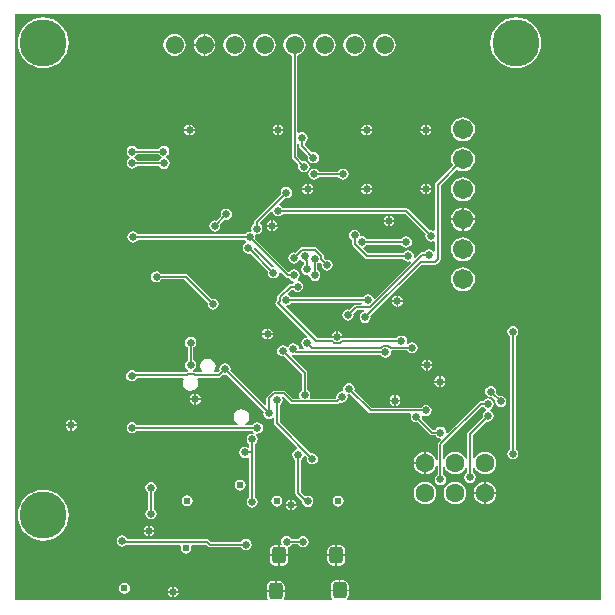
<source format=gbl>
%FSLAX23Y23*%
%MOIN*%
G70*
G01*
G75*
G04 Layer_Physical_Order=2*
G04 Layer_Color=16711680*
%ADD10C,0.006*%
G04:AMPARAMS|DCode=11|XSize=71mil|YSize=94mil|CornerRadius=0mil|HoleSize=0mil|Usage=FLASHONLY|Rotation=45.000|XOffset=0mil|YOffset=0mil|HoleType=Round|Shape=Rectangle|*
%AMROTATEDRECTD11*
4,1,4,0.008,-0.058,-0.058,0.008,-0.008,0.058,0.058,-0.008,0.008,-0.058,0.0*
%
%ADD11ROTATEDRECTD11*%

%ADD12O,0.087X0.024*%
%ADD13R,0.039X0.028*%
G04:AMPARAMS|DCode=14|XSize=22mil|YSize=69mil|CornerRadius=0mil|HoleSize=0mil|Usage=FLASHONLY|Rotation=45.000|XOffset=0mil|YOffset=0mil|HoleType=Round|Shape=Round|*
%AMOVALD14*
21,1,0.047,0.022,0.000,0.000,135.0*
1,1,0.022,0.017,-0.017*
1,1,0.022,-0.017,0.017*
%
%ADD14OVALD14*%

G04:AMPARAMS|DCode=15|XSize=22mil|YSize=69mil|CornerRadius=0mil|HoleSize=0mil|Usage=FLASHONLY|Rotation=135.000|XOffset=0mil|YOffset=0mil|HoleType=Round|Shape=Round|*
%AMOVALD15*
21,1,0.047,0.022,0.000,0.000,225.0*
1,1,0.022,0.017,0.017*
1,1,0.022,-0.017,-0.017*
%
%ADD15OVALD15*%

%ADD16R,0.067X0.031*%
%ADD17R,0.033X0.030*%
%ADD18R,0.030X0.033*%
%ADD19R,0.024X0.035*%
%ADD20C,0.031*%
%ADD21R,0.031X0.035*%
%ADD22R,0.016X0.069*%
%ADD23R,0.035X0.031*%
G04:AMPARAMS|DCode=24|XSize=35mil|YSize=31mil|CornerRadius=0mil|HoleSize=0mil|Usage=FLASHONLY|Rotation=135.000|XOffset=0mil|YOffset=0mil|HoleType=Round|Shape=Rectangle|*
%AMROTATEDRECTD24*
4,1,4,0.024,-0.001,0.001,-0.024,-0.024,0.001,-0.001,0.024,0.024,-0.001,0.0*
%
%ADD24ROTATEDRECTD24*%

G04:AMPARAMS|DCode=25|XSize=35mil|YSize=31mil|CornerRadius=0mil|HoleSize=0mil|Usage=FLASHONLY|Rotation=225.000|XOffset=0mil|YOffset=0mil|HoleType=Round|Shape=Rectangle|*
%AMROTATEDRECTD25*
4,1,4,0.001,0.024,0.024,0.001,-0.001,-0.024,-0.024,-0.001,0.001,0.024,0.0*
%
%ADD25ROTATEDRECTD25*%

%ADD26C,0.006*%
%ADD27C,0.067*%
%ADD28C,0.061*%
%ADD29C,0.157*%
%ADD30C,0.024*%
G04:AMPARAMS|DCode=31|XSize=47mil|YSize=55mil|CornerRadius=12mil|HoleSize=0mil|Usage=FLASHONLY|Rotation=0.000|XOffset=0mil|YOffset=0mil|HoleType=Round|Shape=RoundedRectangle|*
%AMROUNDEDRECTD31*
21,1,0.047,0.031,0,0,0.0*
21,1,0.024,0.055,0,0,0.0*
1,1,0.024,0.012,-0.016*
1,1,0.024,-0.012,-0.016*
1,1,0.024,-0.012,0.016*
1,1,0.024,0.012,0.016*
%
%ADD31ROUNDEDRECTD31*%
%ADD32C,0.063*%
%ADD33C,0.025*%
G36*
X2945Y2941D02*
X2945Y992D01*
X2103D01*
X2101Y997D01*
X2104Y1001D01*
X2105Y1008D01*
Y1021D01*
X2045D01*
Y1008D01*
X2046Y1001D01*
X2049Y997D01*
X2047Y992D01*
X1892Y992D01*
X1890Y997D01*
X1891Y999D01*
X1892Y1006D01*
Y1018D01*
X1832D01*
Y1006D01*
X1833Y999D01*
X1835Y997D01*
X1832Y992D01*
X992D01*
X992Y2945D01*
X2941Y2945D01*
X2945Y2941D01*
D02*
G37*
%LPC*%
G36*
X2579Y1706D02*
X2572Y1704D01*
X2565Y1700D01*
X2561Y1694D01*
X2560Y1687D01*
X2561Y1680D01*
X2565Y1674D01*
X2572Y1670D01*
X2579Y1668D01*
X2584Y1669D01*
X2594Y1658D01*
X2593Y1654D01*
X2595Y1646D01*
X2599Y1640D01*
X2605Y1636D01*
X2612Y1635D01*
X2619Y1636D01*
X2626Y1640D01*
X2630Y1646D01*
X2631Y1654D01*
X2630Y1661D01*
X2626Y1667D01*
X2619Y1671D01*
X2612Y1672D01*
X2607Y1671D01*
X2597Y1682D01*
X2598Y1687D01*
X2596Y1694D01*
X2592Y1700D01*
X2586Y1704D01*
X2579Y1706D01*
D02*
G37*
G36*
X2257Y1654D02*
X2242D01*
X2242Y1650D01*
X2247Y1644D01*
X2253Y1640D01*
X2257Y1639D01*
Y1654D01*
D02*
G37*
G36*
X1178Y1593D02*
X1174Y1592D01*
X1168Y1588D01*
X1164Y1582D01*
X1163Y1578D01*
X1178D01*
Y1593D01*
D02*
G37*
G36*
X1184D02*
Y1578D01*
X1199D01*
X1199Y1582D01*
X1194Y1588D01*
X1188Y1592D01*
X1184Y1593D01*
D02*
G37*
G36*
X1613Y1658D02*
X1597D01*
Y1643D01*
X1602Y1644D01*
X1608Y1648D01*
X1612Y1654D01*
X1613Y1658D01*
D02*
G37*
G36*
X2257Y1676D02*
X2253Y1675D01*
X2247Y1671D01*
X2242Y1665D01*
X2242Y1660D01*
X2257D01*
Y1676D01*
D02*
G37*
G36*
X2278Y1654D02*
X2263D01*
Y1639D01*
X2267Y1640D01*
X2273Y1644D01*
X2277Y1650D01*
X2278Y1654D01*
D02*
G37*
G36*
X1591Y1658D02*
X1576D01*
X1577Y1654D01*
X1581Y1648D01*
X1587Y1644D01*
X1591Y1643D01*
Y1658D01*
D02*
G37*
G36*
X1748Y1629D02*
X1738Y1627D01*
X1729Y1621D01*
X1724Y1612D01*
X1722Y1603D01*
X1724Y1593D01*
X1729Y1584D01*
X1737Y1579D01*
X1736Y1574D01*
X1736Y1574D01*
X1401D01*
X1401Y1574D01*
X1397Y1580D01*
X1391Y1584D01*
X1384Y1586D01*
X1377Y1584D01*
X1371Y1580D01*
X1366Y1574D01*
X1365Y1567D01*
X1366Y1560D01*
X1371Y1554D01*
X1377Y1550D01*
X1384Y1548D01*
X1391Y1550D01*
X1397Y1554D01*
X1399Y1556D01*
X1785D01*
X1788Y1552D01*
X1790Y1550D01*
X1788Y1546D01*
X1783Y1546D01*
X1776Y1545D01*
X1770Y1541D01*
X1766Y1535D01*
X1765Y1528D01*
X1766Y1520D01*
X1770Y1514D01*
X1774Y1511D01*
Y1503D01*
X1769Y1500D01*
X1767Y1502D01*
X1760Y1503D01*
X1753Y1502D01*
X1747Y1498D01*
X1742Y1491D01*
X1741Y1484D01*
X1742Y1477D01*
X1747Y1471D01*
X1753Y1467D01*
X1760Y1465D01*
X1767Y1467D01*
X1769Y1468D01*
X1774Y1466D01*
Y1425D01*
X1774Y1425D01*
X1774Y1335D01*
X1770Y1332D01*
X1766Y1326D01*
X1765Y1319D01*
X1766Y1312D01*
X1770Y1306D01*
X1776Y1301D01*
X1783Y1300D01*
X1791Y1301D01*
X1797Y1306D01*
X1801Y1312D01*
X1802Y1319D01*
X1801Y1326D01*
X1797Y1332D01*
X1793Y1335D01*
X1793Y1425D01*
X1793Y1425D01*
Y1511D01*
X1797Y1514D01*
X1801Y1520D01*
X1802Y1528D01*
X1801Y1535D01*
X1797Y1541D01*
X1795Y1542D01*
X1797Y1547D01*
X1801Y1546D01*
X1808Y1548D01*
X1815Y1552D01*
X1819Y1558D01*
X1820Y1565D01*
X1819Y1572D01*
X1815Y1578D01*
X1808Y1582D01*
X1801Y1584D01*
X1794Y1582D01*
X1788Y1578D01*
X1785Y1574D01*
X1760D01*
X1760Y1574D01*
X1759Y1579D01*
X1766Y1584D01*
X1772Y1593D01*
X1774Y1603D01*
X1772Y1612D01*
X1766Y1621D01*
X1758Y1627D01*
X1748Y1629D01*
D02*
G37*
G36*
X1744Y1393D02*
X1737Y1392D01*
X1731Y1388D01*
X1727Y1382D01*
X1726Y1375D01*
X1727Y1368D01*
X1731Y1362D01*
X1737Y1358D01*
X1744Y1357D01*
X1751Y1358D01*
X1757Y1362D01*
X1761Y1368D01*
X1762Y1375D01*
X1761Y1382D01*
X1757Y1388D01*
X1751Y1392D01*
X1744Y1393D01*
D02*
G37*
G36*
X2358Y1446D02*
X2323D01*
X2324Y1439D01*
X2328Y1430D01*
X2334Y1422D01*
X2342Y1416D01*
X2351Y1412D01*
X2358Y1411D01*
Y1446D01*
D02*
G37*
G36*
X2558Y1386D02*
X2551Y1385D01*
X2542Y1381D01*
X2534Y1375D01*
X2528Y1368D01*
X2524Y1358D01*
X2523Y1352D01*
X2558D01*
Y1386D01*
D02*
G37*
G36*
X2564D02*
Y1352D01*
X2598D01*
X2597Y1358D01*
X2593Y1368D01*
X2587Y1375D01*
X2580Y1381D01*
X2570Y1385D01*
X2564Y1386D01*
D02*
G37*
G36*
X1178Y1572D02*
X1163D01*
X1164Y1568D01*
X1168Y1561D01*
X1174Y1557D01*
X1178Y1557D01*
Y1572D01*
D02*
G37*
G36*
X1199D02*
X1184D01*
Y1557D01*
X1188Y1557D01*
X1194Y1561D01*
X1199Y1568D01*
X1199Y1572D01*
D02*
G37*
G36*
X2358Y1486D02*
X2351Y1485D01*
X2342Y1481D01*
X2334Y1475D01*
X2328Y1468D01*
X2324Y1458D01*
X2323Y1452D01*
X2358D01*
Y1486D01*
D02*
G37*
G36*
X2653Y1906D02*
X2645Y1904D01*
X2639Y1900D01*
X2635Y1894D01*
X2634Y1887D01*
X2635Y1880D01*
X2639Y1873D01*
X2643Y1871D01*
Y1496D01*
X2639Y1493D01*
X2635Y1487D01*
X2634Y1480D01*
X2635Y1473D01*
X2639Y1467D01*
X2645Y1463D01*
X2653Y1461D01*
X2660Y1463D01*
X2666Y1467D01*
X2670Y1473D01*
X2671Y1480D01*
X2670Y1487D01*
X2666Y1493D01*
X2662Y1496D01*
Y1871D01*
X2666Y1873D01*
X2670Y1880D01*
X2671Y1887D01*
X2670Y1894D01*
X2666Y1900D01*
X2660Y1904D01*
X2653Y1906D01*
D02*
G37*
G36*
X1832Y1876D02*
X1816D01*
X1817Y1872D01*
X1821Y1866D01*
X1827Y1862D01*
X1832Y1861D01*
Y1876D01*
D02*
G37*
G36*
X1853D02*
X1838D01*
Y1861D01*
X1842Y1862D01*
X1848Y1866D01*
X1852Y1872D01*
X1853Y1876D01*
D02*
G37*
G36*
X2363Y1794D02*
X2359Y1793D01*
X2353Y1789D01*
X2349Y1783D01*
X2348Y1779D01*
X2363D01*
Y1794D01*
D02*
G37*
G36*
X2369D02*
Y1779D01*
X2384D01*
X2384Y1783D01*
X2379Y1789D01*
X2373Y1793D01*
X2369Y1794D01*
D02*
G37*
G36*
X1832Y1897D02*
X1827Y1897D01*
X1821Y1893D01*
X1817Y1886D01*
X1816Y1882D01*
X1832D01*
Y1897D01*
D02*
G37*
G36*
X1838D02*
Y1882D01*
X1853D01*
X1852Y1886D01*
X1848Y1893D01*
X1842Y1897D01*
X1838Y1897D01*
D02*
G37*
G36*
X2064Y1888D02*
X2060Y1888D01*
X2054Y1883D01*
X2050Y1877D01*
X2049Y1873D01*
X2064D01*
Y1888D01*
D02*
G37*
G36*
X2070D02*
Y1873D01*
X2085D01*
X2084Y1877D01*
X2080Y1883D01*
X2074Y1888D01*
X2070Y1888D01*
D02*
G37*
G36*
X2384Y1773D02*
X2369D01*
Y1757D01*
X2373Y1758D01*
X2379Y1762D01*
X2384Y1768D01*
X2384Y1773D01*
D02*
G37*
G36*
X1597Y1680D02*
Y1664D01*
X1613D01*
X1612Y1669D01*
X1608Y1675D01*
X1602Y1679D01*
X1597Y1680D01*
D02*
G37*
G36*
X2406Y1717D02*
X2391D01*
X2392Y1713D01*
X2396Y1707D01*
X2402Y1703D01*
X2406Y1702D01*
Y1717D01*
D02*
G37*
G36*
X2263Y1676D02*
Y1660D01*
X2278D01*
X2277Y1665D01*
X2273Y1671D01*
X2267Y1675D01*
X2263Y1676D01*
D02*
G37*
G36*
X1591Y1680D02*
X1587Y1679D01*
X1581Y1675D01*
X1577Y1669D01*
X1576Y1664D01*
X1591D01*
Y1680D01*
D02*
G37*
G36*
X2412Y1739D02*
Y1723D01*
X2428D01*
X2427Y1728D01*
X2423Y1734D01*
X2417Y1738D01*
X2412Y1739D01*
D02*
G37*
G36*
X2363Y1773D02*
X2348D01*
X2349Y1768D01*
X2353Y1762D01*
X2359Y1758D01*
X2363Y1757D01*
Y1773D01*
D02*
G37*
G36*
X2428Y1717D02*
X2412D01*
Y1702D01*
X2417Y1703D01*
X2423Y1707D01*
X2427Y1713D01*
X2428Y1717D01*
D02*
G37*
G36*
X2406Y1739D02*
X2402Y1738D01*
X2396Y1734D01*
X2392Y1728D01*
X2391Y1723D01*
X2406D01*
Y1739D01*
D02*
G37*
G36*
X1916Y1327D02*
Y1312D01*
X1932D01*
X1931Y1316D01*
X1927Y1322D01*
X1921Y1326D01*
X1916Y1327D01*
D02*
G37*
G36*
X2061Y1138D02*
X2034D01*
Y1125D01*
X2035Y1118D01*
X2039Y1112D01*
X2045Y1108D01*
X2052Y1107D01*
X2061D01*
Y1138D01*
D02*
G37*
G36*
X2094D02*
X2067D01*
Y1107D01*
X2076D01*
X2083Y1108D01*
X2089Y1112D01*
X2093Y1118D01*
X2094Y1125D01*
Y1138D01*
D02*
G37*
G36*
X1870D02*
X1843D01*
Y1125D01*
X1844Y1118D01*
X1848Y1112D01*
X1854Y1108D01*
X1861Y1107D01*
X1870D01*
Y1138D01*
D02*
G37*
G36*
X1903D02*
X1876D01*
Y1107D01*
X1885D01*
X1892Y1108D01*
X1898Y1112D01*
X1902Y1118D01*
X1903Y1125D01*
Y1138D01*
D02*
G37*
G36*
X2076Y1175D02*
X2067D01*
Y1144D01*
X2094D01*
Y1156D01*
X2093Y1163D01*
X2089Y1169D01*
X2083Y1173D01*
X2076Y1175D01*
D02*
G37*
G36*
X1350Y1208D02*
X1343Y1206D01*
X1337Y1202D01*
X1333Y1196D01*
X1332Y1189D01*
X1333Y1182D01*
X1337Y1176D01*
X1343Y1172D01*
X1350Y1170D01*
X1358Y1172D01*
X1364Y1176D01*
X1365Y1177D01*
X1544D01*
X1546Y1173D01*
X1546Y1172D01*
X1545Y1165D01*
X1546Y1158D01*
X1550Y1153D01*
X1556Y1149D01*
X1563Y1147D01*
X1570Y1149D01*
X1576Y1153D01*
X1580Y1158D01*
X1581Y1165D01*
X1580Y1172D01*
X1580Y1173D01*
X1582Y1177D01*
X1629D01*
X1635Y1171D01*
X1638Y1169D01*
X1642Y1168D01*
X1748D01*
X1750Y1164D01*
X1757Y1160D01*
X1764Y1158D01*
X1771Y1160D01*
X1777Y1164D01*
X1781Y1170D01*
X1783Y1177D01*
X1781Y1184D01*
X1777Y1191D01*
X1771Y1195D01*
X1764Y1196D01*
X1757Y1195D01*
X1750Y1191D01*
X1748Y1186D01*
X1646D01*
X1639Y1193D01*
X1636Y1195D01*
X1633Y1195D01*
X1368D01*
X1368Y1196D01*
X1364Y1202D01*
X1358Y1206D01*
X1350Y1208D01*
D02*
G37*
G36*
X1870Y1175D02*
X1861D01*
X1854Y1173D01*
X1848Y1169D01*
X1844Y1163D01*
X1843Y1156D01*
Y1144D01*
X1870D01*
Y1175D01*
D02*
G37*
G36*
X2061D02*
X2052D01*
X2045Y1173D01*
X2039Y1169D01*
X2035Y1163D01*
X2034Y1156D01*
Y1144D01*
X2061D01*
Y1175D01*
D02*
G37*
G36*
X2087Y1058D02*
X2078D01*
Y1027D01*
X2105D01*
Y1040D01*
X2104Y1047D01*
X2100Y1052D01*
X2094Y1056D01*
X2087Y1058D01*
D02*
G37*
G36*
X1358Y1050D02*
X1351Y1048D01*
X1345Y1044D01*
X1341Y1038D01*
X1340Y1031D01*
X1341Y1025D01*
X1345Y1019D01*
X1351Y1015D01*
X1358Y1013D01*
X1365Y1015D01*
X1371Y1019D01*
X1375Y1025D01*
X1376Y1031D01*
X1375Y1038D01*
X1371Y1044D01*
X1365Y1048D01*
X1358Y1050D01*
D02*
G37*
G36*
X1518Y1038D02*
X1513Y1037D01*
X1507Y1033D01*
X1503Y1027D01*
X1502Y1023D01*
X1518D01*
Y1038D01*
D02*
G37*
G36*
Y1017D02*
X1502D01*
X1503Y1012D01*
X1507Y1006D01*
X1513Y1002D01*
X1518Y1001D01*
Y1017D01*
D02*
G37*
G36*
X1539D02*
X1524D01*
Y1001D01*
X1528Y1002D01*
X1534Y1006D01*
X1538Y1012D01*
X1539Y1017D01*
D02*
G37*
G36*
X1874Y1055D02*
X1865D01*
Y1024D01*
X1892D01*
Y1037D01*
X1891Y1044D01*
X1887Y1050D01*
X1881Y1054D01*
X1874Y1055D01*
D02*
G37*
G36*
X2072Y1058D02*
X2063D01*
X2056Y1056D01*
X2050Y1052D01*
X2046Y1047D01*
X2045Y1040D01*
Y1027D01*
X2072D01*
Y1058D01*
D02*
G37*
G36*
X1524Y1038D02*
Y1023D01*
X1539D01*
X1538Y1027D01*
X1534Y1033D01*
X1528Y1037D01*
X1524Y1038D01*
D02*
G37*
G36*
X1859Y1055D02*
X1850D01*
X1843Y1054D01*
X1837Y1050D01*
X1833Y1044D01*
X1832Y1037D01*
Y1024D01*
X1859D01*
Y1055D01*
D02*
G37*
G36*
X1567Y1341D02*
X1560Y1340D01*
X1554Y1336D01*
X1550Y1330D01*
X1549Y1323D01*
X1550Y1316D01*
X1554Y1310D01*
X1560Y1306D01*
X1567Y1305D01*
X1574Y1306D01*
X1580Y1310D01*
X1584Y1316D01*
X1585Y1323D01*
X1584Y1330D01*
X1580Y1336D01*
X1574Y1340D01*
X1567Y1341D01*
D02*
G37*
G36*
X2361Y1386D02*
X2351Y1385D01*
X2342Y1381D01*
X2334Y1375D01*
X2328Y1368D01*
X2324Y1358D01*
X2323Y1349D01*
X2324Y1339D01*
X2328Y1330D01*
X2334Y1322D01*
X2342Y1316D01*
X2351Y1312D01*
X2361Y1311D01*
X2370Y1312D01*
X2380Y1316D01*
X2387Y1322D01*
X2393Y1330D01*
X2397Y1339D01*
X2398Y1349D01*
X2397Y1358D01*
X2393Y1368D01*
X2387Y1375D01*
X2380Y1381D01*
X2370Y1385D01*
X2361Y1386D01*
D02*
G37*
G36*
X1866Y1339D02*
X1859Y1338D01*
X1853Y1334D01*
X1849Y1328D01*
X1848Y1321D01*
X1849Y1314D01*
X1853Y1308D01*
X1859Y1304D01*
X1866Y1303D01*
X1873Y1304D01*
X1879Y1308D01*
X1883Y1314D01*
X1884Y1321D01*
X1883Y1328D01*
X1879Y1334D01*
X1873Y1338D01*
X1866Y1339D01*
D02*
G37*
G36*
X2071D02*
X2064Y1338D01*
X2058Y1334D01*
X2054Y1328D01*
X2053Y1321D01*
X2054Y1314D01*
X2058Y1308D01*
X2064Y1304D01*
X2071Y1303D01*
X2078Y1304D01*
X2084Y1308D01*
X2088Y1314D01*
X2089Y1321D01*
X2088Y1328D01*
X2084Y1334D01*
X2078Y1338D01*
X2071Y1339D01*
D02*
G37*
G36*
X2598Y1346D02*
X2564D01*
Y1311D01*
X2570Y1312D01*
X2580Y1316D01*
X2587Y1322D01*
X2593Y1330D01*
X2597Y1339D01*
X2598Y1346D01*
D02*
G37*
G36*
X1910Y1327D02*
X1906Y1326D01*
X1900Y1322D01*
X1896Y1316D01*
X1895Y1312D01*
X1910D01*
Y1327D01*
D02*
G37*
G36*
X2461Y1386D02*
X2451Y1385D01*
X2442Y1381D01*
X2434Y1375D01*
X2428Y1368D01*
X2424Y1358D01*
X2423Y1349D01*
X2424Y1339D01*
X2428Y1330D01*
X2434Y1322D01*
X2442Y1316D01*
X2451Y1312D01*
X2461Y1311D01*
X2470Y1312D01*
X2480Y1316D01*
X2487Y1322D01*
X2493Y1330D01*
X2497Y1339D01*
X2498Y1349D01*
X2497Y1358D01*
X2493Y1368D01*
X2487Y1375D01*
X2480Y1381D01*
X2470Y1385D01*
X2461Y1386D01*
D02*
G37*
G36*
X2558Y1346D02*
X2523D01*
X2524Y1339D01*
X2528Y1330D01*
X2534Y1322D01*
X2542Y1316D01*
X2551Y1312D01*
X2558Y1311D01*
Y1346D01*
D02*
G37*
G36*
X1932Y1306D02*
X1916D01*
Y1291D01*
X1921Y1292D01*
X1927Y1296D01*
X1931Y1302D01*
X1932Y1306D01*
D02*
G37*
G36*
X1437Y1219D02*
X1422D01*
X1423Y1215D01*
X1427Y1209D01*
X1433Y1205D01*
X1437Y1204D01*
Y1219D01*
D02*
G37*
G36*
X1458D02*
X1443D01*
Y1204D01*
X1447Y1205D01*
X1453Y1209D01*
X1457Y1215D01*
X1458Y1219D01*
D02*
G37*
G36*
X1088Y1360D02*
X1071Y1358D01*
X1055Y1353D01*
X1040Y1345D01*
X1027Y1335D01*
X1017Y1322D01*
X1009Y1307D01*
X1004Y1291D01*
X1002Y1275D01*
X1004Y1258D01*
X1009Y1242D01*
X1017Y1227D01*
X1027Y1214D01*
X1040Y1204D01*
X1055Y1196D01*
X1071Y1191D01*
X1088Y1189D01*
X1104Y1191D01*
X1120Y1196D01*
X1135Y1204D01*
X1148Y1214D01*
X1158Y1227D01*
X1166Y1242D01*
X1171Y1258D01*
X1173Y1275D01*
X1171Y1291D01*
X1166Y1307D01*
X1158Y1322D01*
X1148Y1335D01*
X1135Y1345D01*
X1120Y1353D01*
X1104Y1358D01*
X1088Y1360D01*
D02*
G37*
G36*
X1954Y1206D02*
X1947Y1204D01*
X1940Y1200D01*
X1938Y1196D01*
X1915D01*
X1912Y1200D01*
X1906Y1204D01*
X1899Y1206D01*
X1891Y1204D01*
X1885Y1200D01*
X1881Y1194D01*
X1880Y1187D01*
X1881Y1180D01*
X1882Y1179D01*
X1879Y1175D01*
X1876D01*
Y1144D01*
X1903D01*
Y1156D01*
X1902Y1163D01*
X1902Y1164D01*
X1904Y1169D01*
X1906Y1170D01*
X1912Y1174D01*
X1915Y1178D01*
X1938D01*
X1940Y1174D01*
X1947Y1170D01*
X1954Y1168D01*
X1961Y1170D01*
X1967Y1174D01*
X1971Y1180D01*
X1973Y1187D01*
X1971Y1194D01*
X1967Y1200D01*
X1961Y1204D01*
X1954Y1206D01*
D02*
G37*
G36*
X1447Y1386D02*
X1440Y1385D01*
X1434Y1380D01*
X1429Y1374D01*
X1428Y1367D01*
X1429Y1360D01*
X1434Y1354D01*
X1438Y1351D01*
Y1296D01*
X1434Y1293D01*
X1429Y1287D01*
X1428Y1280D01*
X1429Y1272D01*
X1434Y1266D01*
X1440Y1262D01*
X1447Y1261D01*
X1454Y1262D01*
X1460Y1266D01*
X1464Y1272D01*
X1466Y1280D01*
X1464Y1287D01*
X1460Y1293D01*
X1456Y1296D01*
Y1351D01*
X1460Y1354D01*
X1464Y1360D01*
X1466Y1367D01*
X1464Y1374D01*
X1460Y1380D01*
X1454Y1385D01*
X1447Y1386D01*
D02*
G37*
G36*
X1910Y1306D02*
X1895D01*
X1896Y1302D01*
X1900Y1296D01*
X1906Y1292D01*
X1910Y1291D01*
Y1306D01*
D02*
G37*
G36*
X1437Y1241D02*
X1433Y1240D01*
X1427Y1236D01*
X1423Y1230D01*
X1422Y1225D01*
X1437D01*
Y1241D01*
D02*
G37*
G36*
X1443D02*
Y1225D01*
X1458D01*
X1457Y1230D01*
X1453Y1236D01*
X1447Y1240D01*
X1443Y1241D01*
D02*
G37*
G36*
X2162Y2556D02*
X2147D01*
X2148Y2552D01*
X2152Y2546D01*
X2158Y2542D01*
X2162Y2541D01*
Y2556D01*
D02*
G37*
G36*
X2184D02*
X2168D01*
Y2541D01*
X2173Y2542D01*
X2179Y2546D01*
X2183Y2552D01*
X2184Y2556D01*
D02*
G37*
G36*
X1867D02*
X1852D01*
X1853Y2552D01*
X1857Y2546D01*
X1863Y2542D01*
X1867Y2541D01*
Y2556D01*
D02*
G37*
G36*
X1888D02*
X1873D01*
Y2541D01*
X1877Y2542D01*
X1883Y2546D01*
X1888Y2552D01*
X1888Y2556D01*
D02*
G37*
G36*
X1572Y2577D02*
X1568Y2576D01*
X1561Y2572D01*
X1557Y2566D01*
X1557Y2562D01*
X1572D01*
Y2577D01*
D02*
G37*
G36*
X1578D02*
Y2562D01*
X1593D01*
X1592Y2566D01*
X1588Y2572D01*
X1582Y2576D01*
X1578Y2577D01*
D02*
G37*
G36*
X2359Y2556D02*
X2344D01*
X2345Y2552D01*
X2349Y2546D01*
X2355Y2542D01*
X2359Y2541D01*
Y2556D01*
D02*
G37*
G36*
X2380D02*
X2365D01*
Y2541D01*
X2369Y2542D01*
X2376Y2546D01*
X2380Y2552D01*
X2380Y2556D01*
D02*
G37*
G36*
X1593D02*
X1578D01*
Y2541D01*
X1582Y2542D01*
X1588Y2546D01*
X1592Y2552D01*
X1593Y2556D01*
D02*
G37*
G36*
X1990Y2430D02*
X1983Y2429D01*
X1977Y2425D01*
X1973Y2419D01*
X1971Y2411D01*
X1973Y2404D01*
X1977Y2398D01*
X1983Y2394D01*
X1990Y2393D01*
X1997Y2394D01*
X2003Y2398D01*
X2006Y2402D01*
X2070D01*
X2073Y2398D01*
X2079Y2394D01*
X2086Y2392D01*
X2093Y2394D01*
X2100Y2398D01*
X2104Y2404D01*
X2105Y2411D01*
X2104Y2418D01*
X2100Y2424D01*
X2093Y2428D01*
X2086Y2430D01*
X2079Y2428D01*
X2073Y2424D01*
X2070Y2420D01*
X2007D01*
X2003Y2425D01*
X1997Y2429D01*
X1990Y2430D01*
D02*
G37*
G36*
X2486Y2501D02*
X2476Y2499D01*
X2466Y2495D01*
X2458Y2489D01*
X2452Y2481D01*
X2448Y2471D01*
X2446Y2461D01*
X2448Y2451D01*
X2452Y2441D01*
X2452Y2440D01*
X2396Y2384D01*
X2394Y2381D01*
X2393Y2377D01*
Y2225D01*
X2388Y2222D01*
X2387Y2223D01*
X2380Y2225D01*
X2375Y2224D01*
X2303Y2296D01*
X2300Y2298D01*
X2296Y2299D01*
X1886D01*
X1883Y2303D01*
X1877Y2307D01*
X1875Y2307D01*
X1873Y2313D01*
X1893Y2333D01*
X1898Y2332D01*
X1905Y2333D01*
X1911Y2337D01*
X1915Y2343D01*
X1916Y2350D01*
X1915Y2358D01*
X1911Y2364D01*
X1905Y2368D01*
X1898Y2369D01*
X1890Y2368D01*
X1884Y2364D01*
X1880Y2358D01*
X1879Y2350D01*
X1880Y2345D01*
X1793Y2258D01*
X1791Y2255D01*
X1790Y2252D01*
Y2246D01*
X1786Y2244D01*
X1782Y2238D01*
X1780Y2230D01*
X1782Y2224D01*
X1781Y2222D01*
X1778Y2219D01*
X1776Y2220D01*
X1768Y2218D01*
X1762Y2214D01*
X1760Y2211D01*
X1403D01*
X1400Y2215D01*
X1394Y2219D01*
X1387Y2221D01*
X1380Y2219D01*
X1373Y2215D01*
X1369Y2209D01*
X1368Y2202D01*
X1369Y2195D01*
X1373Y2188D01*
X1380Y2184D01*
X1387Y2183D01*
X1394Y2184D01*
X1400Y2188D01*
X1403Y2193D01*
X1759D01*
X1762Y2187D01*
X1762Y2187D01*
X1762Y2182D01*
X1757Y2179D01*
X1753Y2173D01*
X1752Y2165D01*
X1753Y2158D01*
X1757Y2152D01*
X1763Y2148D01*
X1771Y2146D01*
X1776Y2148D01*
X1836Y2088D01*
X1835Y2083D01*
X1837Y2075D01*
X1841Y2069D01*
X1847Y2065D01*
X1854Y2064D01*
X1862Y2065D01*
X1868Y2069D01*
X1872Y2075D01*
X1873Y2083D01*
X1873Y2083D01*
X1878Y2086D01*
X1895Y2068D01*
X1898Y2066D01*
X1902Y2066D01*
X1907D01*
X1910Y2061D01*
X1916Y2057D01*
X1921Y2056D01*
X1922Y2051D01*
X1922Y2051D01*
X1919Y2047D01*
X1913D01*
X1909Y2046D01*
X1906Y2044D01*
X1870Y2008D01*
X1868Y2005D01*
X1867Y2001D01*
Y1992D01*
X1864Y1989D01*
X1862Y1986D01*
X1861Y1982D01*
X1862Y1979D01*
X1864Y1976D01*
X1968Y1872D01*
X1965Y1867D01*
X1959Y1866D01*
X1953Y1862D01*
X1949Y1856D01*
X1948Y1848D01*
X1949Y1841D01*
X1953Y1835D01*
X1956Y1833D01*
X1955Y1828D01*
X1941D01*
X1940Y1829D01*
X1939Y1836D01*
X1935Y1842D01*
X1928Y1846D01*
X1921Y1848D01*
X1914Y1846D01*
X1908Y1842D01*
X1905Y1837D01*
X1899Y1836D01*
X1899Y1836D01*
X1893Y1840D01*
X1886Y1842D01*
X1879Y1840D01*
X1872Y1836D01*
X1868Y1830D01*
X1867Y1823D01*
X1868Y1816D01*
X1872Y1809D01*
X1879Y1805D01*
X1886Y1804D01*
X1891Y1805D01*
X1949Y1746D01*
Y1691D01*
X1945Y1689D01*
X1941Y1682D01*
X1940Y1675D01*
X1941Y1668D01*
X1942Y1667D01*
X1939Y1663D01*
X1921D01*
X1896Y1687D01*
X1893Y1689D01*
X1890Y1690D01*
X1857D01*
X1854Y1689D01*
X1851Y1687D01*
X1834Y1670D01*
X1832Y1667D01*
X1831Y1664D01*
Y1643D01*
X1826Y1641D01*
X1711Y1757D01*
X1712Y1762D01*
X1710Y1769D01*
X1706Y1775D01*
X1700Y1779D01*
X1693Y1781D01*
X1686Y1779D01*
X1679Y1775D01*
X1675Y1769D01*
X1674Y1762D01*
X1675Y1757D01*
X1670Y1752D01*
X1660D01*
X1657Y1757D01*
X1660Y1761D01*
X1662Y1771D01*
X1660Y1781D01*
X1654Y1789D01*
X1646Y1795D01*
X1636Y1797D01*
X1626Y1795D01*
X1617Y1789D01*
X1612Y1781D01*
X1610Y1771D01*
X1612Y1761D01*
X1615Y1757D01*
X1612Y1752D01*
X1595D01*
X1593Y1753D01*
X1590Y1753D01*
X1588D01*
X1586Y1758D01*
X1586Y1758D01*
X1592Y1762D01*
X1596Y1768D01*
X1598Y1776D01*
X1596Y1783D01*
X1592Y1789D01*
X1588Y1792D01*
Y1834D01*
X1592Y1837D01*
X1596Y1843D01*
X1598Y1850D01*
X1596Y1858D01*
X1592Y1864D01*
X1586Y1868D01*
X1579Y1869D01*
X1572Y1868D01*
X1565Y1864D01*
X1561Y1858D01*
X1560Y1850D01*
X1561Y1843D01*
X1565Y1837D01*
X1570Y1834D01*
Y1792D01*
X1565Y1789D01*
X1561Y1783D01*
X1560Y1776D01*
X1561Y1768D01*
X1565Y1762D01*
X1571Y1758D01*
X1571Y1758D01*
X1569Y1753D01*
X1566D01*
X1563Y1753D01*
X1562Y1752D01*
X1396D01*
X1395Y1753D01*
X1389Y1758D01*
X1382Y1759D01*
X1375Y1758D01*
X1369Y1753D01*
X1364Y1747D01*
X1363Y1740D01*
X1364Y1733D01*
X1369Y1727D01*
X1375Y1723D01*
X1382Y1721D01*
X1389Y1723D01*
X1395Y1727D01*
X1399Y1733D01*
X1399Y1733D01*
X1554D01*
X1556Y1729D01*
X1554Y1726D01*
X1552Y1716D01*
X1554Y1706D01*
X1560Y1697D01*
X1568Y1692D01*
X1578Y1690D01*
X1588Y1692D01*
X1597Y1697D01*
X1602Y1706D01*
X1604Y1716D01*
X1602Y1726D01*
X1600Y1729D01*
X1602Y1733D01*
X1674D01*
X1677Y1734D01*
X1680Y1736D01*
X1688Y1744D01*
X1693Y1743D01*
X1698Y1744D01*
X1822Y1619D01*
X1821Y1614D01*
X1823Y1607D01*
X1827Y1601D01*
X1833Y1597D01*
X1840Y1595D01*
X1847Y1597D01*
X1852Y1600D01*
X1857Y1598D01*
Y1581D01*
X1858Y1577D01*
X1860Y1574D01*
X1934Y1500D01*
X1932Y1494D01*
X1930Y1494D01*
X1924Y1490D01*
X1920Y1484D01*
X1918Y1476D01*
X1920Y1469D01*
X1924Y1463D01*
X1928Y1460D01*
Y1348D01*
X1929Y1345D01*
X1931Y1342D01*
X1950Y1322D01*
X1950Y1321D01*
X1951Y1314D01*
X1955Y1308D01*
X1961Y1303D01*
X1969Y1302D01*
X1976Y1303D01*
X1982Y1308D01*
X1986Y1314D01*
X1987Y1321D01*
X1986Y1328D01*
X1982Y1334D01*
X1976Y1338D01*
X1969Y1340D01*
X1961Y1338D01*
X1961Y1338D01*
X1946Y1352D01*
Y1460D01*
X1950Y1463D01*
X1954Y1469D01*
X1955Y1472D01*
X1960Y1473D01*
X1966Y1468D01*
X1965Y1463D01*
X1967Y1455D01*
X1971Y1449D01*
X1977Y1445D01*
X1984Y1444D01*
X1991Y1445D01*
X1998Y1449D01*
X2002Y1455D01*
X2003Y1463D01*
X2002Y1470D01*
X1998Y1476D01*
X1991Y1480D01*
X1984Y1481D01*
X1979Y1480D01*
X1875Y1585D01*
Y1643D01*
X1879Y1646D01*
X1884Y1652D01*
X1885Y1659D01*
X1884Y1667D01*
X1883Y1667D01*
X1883Y1668D01*
X1887Y1671D01*
X1911Y1647D01*
X1914Y1645D01*
X1914Y1645D01*
X1917Y1644D01*
X2067D01*
X2070Y1645D01*
X2073Y1647D01*
X2078Y1651D01*
X2083Y1650D01*
X2090Y1652D01*
X2096Y1656D01*
X2100Y1662D01*
X2102Y1669D01*
X2101Y1674D01*
X2104Y1678D01*
X2104Y1678D01*
X2106Y1678D01*
X2111Y1679D01*
X2173Y1617D01*
X2176Y1615D01*
X2176Y1615D01*
X2179Y1615D01*
X2311D01*
X2314Y1610D01*
X2313Y1610D01*
X2312Y1602D01*
X2313Y1595D01*
X2317Y1589D01*
X2323Y1585D01*
X2331Y1584D01*
X2336Y1584D01*
X2376Y1544D01*
X2379Y1542D01*
X2383Y1541D01*
X2395D01*
X2398Y1537D01*
X2404Y1533D01*
X2411Y1531D01*
X2412Y1530D01*
X2413Y1527D01*
X2405Y1518D01*
X2403Y1515D01*
X2402Y1512D01*
Y1458D01*
X2397Y1458D01*
X2397Y1458D01*
X2393Y1468D01*
X2387Y1475D01*
X2380Y1481D01*
X2370Y1485D01*
X2364Y1486D01*
Y1449D01*
Y1411D01*
X2370Y1412D01*
X2380Y1416D01*
X2387Y1422D01*
X2393Y1430D01*
X2397Y1439D01*
X2397Y1439D01*
X2402Y1439D01*
Y1410D01*
X2398Y1407D01*
X2394Y1401D01*
X2393Y1394D01*
X2394Y1386D01*
X2398Y1380D01*
X2404Y1376D01*
X2411Y1375D01*
X2419Y1376D01*
X2425Y1380D01*
X2429Y1386D01*
X2430Y1394D01*
X2429Y1401D01*
X2425Y1407D01*
X2421Y1410D01*
Y1434D01*
X2426Y1435D01*
X2428Y1430D01*
X2434Y1422D01*
X2442Y1416D01*
X2451Y1412D01*
X2461Y1411D01*
X2470Y1412D01*
X2480Y1416D01*
X2487Y1422D01*
X2493Y1430D01*
X2496Y1435D01*
X2501Y1434D01*
Y1417D01*
X2497Y1414D01*
X2492Y1408D01*
X2491Y1401D01*
X2492Y1393D01*
X2497Y1387D01*
X2503Y1383D01*
X2510Y1382D01*
X2517Y1383D01*
X2523Y1387D01*
X2527Y1393D01*
X2529Y1401D01*
X2527Y1408D01*
X2523Y1414D01*
X2519Y1417D01*
Y1439D01*
X2524Y1439D01*
X2524Y1439D01*
X2528Y1430D01*
X2534Y1422D01*
X2542Y1416D01*
X2551Y1412D01*
X2561Y1411D01*
X2570Y1412D01*
X2580Y1416D01*
X2587Y1422D01*
X2593Y1430D01*
X2597Y1439D01*
X2598Y1449D01*
X2597Y1458D01*
X2593Y1468D01*
X2587Y1475D01*
X2580Y1481D01*
X2570Y1485D01*
X2561Y1486D01*
X2551Y1485D01*
X2542Y1481D01*
X2534Y1475D01*
X2528Y1468D01*
X2524Y1458D01*
X2524Y1458D01*
X2519Y1458D01*
Y1541D01*
X2566Y1588D01*
X2571Y1587D01*
X2578Y1589D01*
X2584Y1593D01*
X2588Y1599D01*
X2590Y1606D01*
X2588Y1614D01*
X2584Y1620D01*
X2579Y1623D01*
X2578Y1626D01*
X2579Y1629D01*
X2584Y1632D01*
X2588Y1638D01*
X2590Y1646D01*
X2588Y1653D01*
X2584Y1659D01*
X2578Y1663D01*
X2571Y1665D01*
X2564Y1663D01*
X2558Y1659D01*
X2555Y1655D01*
X2545D01*
X2542Y1654D01*
X2539Y1652D01*
X2435Y1548D01*
X2432Y1550D01*
X2430Y1551D01*
X2429Y1557D01*
X2425Y1564D01*
X2419Y1568D01*
X2411Y1569D01*
X2404Y1568D01*
X2398Y1564D01*
X2395Y1559D01*
X2387D01*
X2349Y1597D01*
X2350Y1602D01*
X2349Y1606D01*
X2353Y1609D01*
X2357Y1606D01*
X2364Y1605D01*
X2371Y1606D01*
X2377Y1610D01*
X2381Y1617D01*
X2383Y1624D01*
X2381Y1631D01*
X2377Y1637D01*
X2371Y1641D01*
X2364Y1643D01*
X2357Y1641D01*
X2351Y1637D01*
X2348Y1633D01*
X2322D01*
X2322Y1633D01*
X2183D01*
X2124Y1692D01*
X2125Y1697D01*
X2124Y1704D01*
X2120Y1710D01*
X2114Y1714D01*
X2106Y1716D01*
X2099Y1714D01*
X2093Y1710D01*
X2089Y1704D01*
X2087Y1697D01*
X2088Y1692D01*
X2085Y1688D01*
X2085Y1688D01*
X2083Y1688D01*
X2075Y1687D01*
X2069Y1683D01*
X2065Y1677D01*
X2064Y1669D01*
X2064Y1667D01*
X2060Y1663D01*
X1978D01*
X1976Y1667D01*
X1976Y1668D01*
X1978Y1675D01*
X1976Y1682D01*
X1972Y1689D01*
X1968Y1691D01*
Y1750D01*
X1967Y1754D01*
X1965Y1756D01*
X1916Y1806D01*
X1918Y1810D01*
X1921Y1810D01*
X1927Y1811D01*
X1928Y1810D01*
X1928Y1810D01*
X1931Y1810D01*
X2212D01*
X2215Y1806D01*
X2221Y1801D01*
X2228Y1800D01*
X2236Y1801D01*
X2242Y1806D01*
X2246Y1812D01*
X2247Y1819D01*
X2247Y1820D01*
X2250Y1824D01*
X2301D01*
X2304Y1819D01*
X2310Y1815D01*
X2317Y1814D01*
X2324Y1815D01*
X2330Y1819D01*
X2334Y1825D01*
X2336Y1833D01*
X2334Y1840D01*
X2330Y1846D01*
X2324Y1850D01*
X2317Y1852D01*
X2310Y1850D01*
X2304Y1846D01*
X2303Y1846D01*
X2299Y1848D01*
X2300Y1854D01*
X2299Y1862D01*
X2295Y1868D01*
X2289Y1872D01*
X2281Y1873D01*
X2274Y1872D01*
X2268Y1868D01*
X2265Y1864D01*
X2088D01*
X2085Y1867D01*
X2048D01*
X2045Y1864D01*
X2002D01*
X1897Y1969D01*
X1899Y1974D01*
X1905Y1975D01*
X1911Y1979D01*
X1914Y1983D01*
X2150D01*
X2151Y1982D01*
X2148Y1977D01*
X2129D01*
X2125Y1976D01*
X2122Y1974D01*
X2108Y1960D01*
X2103Y1961D01*
X2096Y1959D01*
X2090Y1955D01*
X2086Y1949D01*
X2084Y1942D01*
X2086Y1935D01*
X2090Y1929D01*
X2096Y1925D01*
X2103Y1923D01*
X2111Y1925D01*
X2117Y1929D01*
X2121Y1935D01*
X2122Y1942D01*
X2121Y1947D01*
X2133Y1958D01*
X2158D01*
X2158Y1953D01*
X2153Y1952D01*
X2147Y1948D01*
X2143Y1942D01*
X2142Y1935D01*
X2143Y1928D01*
X2147Y1922D01*
X2153Y1917D01*
X2160Y1916D01*
X2168Y1917D01*
X2174Y1922D01*
X2178Y1928D01*
X2179Y1935D01*
X2178Y1940D01*
X2348Y2110D01*
X2393D01*
X2396Y2111D01*
X2399Y2113D01*
X2409Y2122D01*
X2411Y2125D01*
X2411Y2126D01*
X2412Y2129D01*
Y2374D01*
X2465Y2427D01*
X2466Y2427D01*
X2476Y2423D01*
X2486Y2421D01*
X2497Y2423D01*
X2506Y2427D01*
X2514Y2433D01*
X2521Y2441D01*
X2525Y2451D01*
X2526Y2461D01*
X2525Y2471D01*
X2521Y2481D01*
X2514Y2489D01*
X2506Y2495D01*
X2497Y2499D01*
X2486Y2501D01*
D02*
G37*
G36*
X2359Y2380D02*
X2355Y2380D01*
X2349Y2376D01*
X2345Y2369D01*
X2344Y2365D01*
X2359D01*
Y2380D01*
D02*
G37*
G36*
X2365D02*
Y2365D01*
X2380D01*
X2380Y2369D01*
X2376Y2376D01*
X2369Y2380D01*
X2365Y2380D01*
D02*
G37*
G36*
X2486Y2601D02*
X2476Y2599D01*
X2466Y2595D01*
X2458Y2589D01*
X2452Y2581D01*
X2448Y2571D01*
X2446Y2561D01*
X2448Y2551D01*
X2452Y2541D01*
X2458Y2533D01*
X2466Y2527D01*
X2476Y2523D01*
X2486Y2521D01*
X2497Y2523D01*
X2506Y2527D01*
X2514Y2533D01*
X2521Y2541D01*
X2525Y2551D01*
X2526Y2561D01*
X2525Y2571D01*
X2521Y2581D01*
X2514Y2589D01*
X2506Y2595D01*
X2497Y2599D01*
X2486Y2601D01*
D02*
G37*
G36*
X1572Y2556D02*
X1557D01*
X1557Y2552D01*
X1561Y2546D01*
X1568Y2542D01*
X1572Y2541D01*
Y2556D01*
D02*
G37*
G36*
X1925Y2879D02*
X1916Y2878D01*
X1907Y2874D01*
X1899Y2868D01*
X1893Y2861D01*
X1890Y2852D01*
X1888Y2842D01*
X1890Y2833D01*
X1893Y2824D01*
X1899Y2816D01*
X1907Y2811D01*
X1916Y2807D01*
X1916Y2807D01*
Y2468D01*
X1917Y2464D01*
X1919Y2461D01*
X1938Y2442D01*
X1937Y2437D01*
X1938Y2430D01*
X1942Y2424D01*
X1948Y2420D01*
X1956Y2418D01*
X1963Y2420D01*
X1969Y2424D01*
X1973Y2430D01*
X1975Y2437D01*
X1973Y2444D01*
X1969Y2450D01*
X1963Y2454D01*
X1956Y2456D01*
X1951Y2455D01*
X1934Y2472D01*
Y2511D01*
X1939Y2514D01*
X1941Y2513D01*
Y2505D01*
X1941Y2501D01*
X1943Y2498D01*
X1970Y2471D01*
X1969Y2467D01*
X1971Y2459D01*
X1975Y2453D01*
X1981Y2449D01*
X1988Y2448D01*
X1995Y2449D01*
X2002Y2453D01*
X2006Y2459D01*
X2007Y2467D01*
X2006Y2474D01*
X2002Y2480D01*
X1995Y2484D01*
X1988Y2485D01*
X1983Y2484D01*
X1959Y2509D01*
Y2517D01*
X1963Y2520D01*
X1967Y2526D01*
X1969Y2533D01*
X1967Y2541D01*
X1963Y2547D01*
X1957Y2551D01*
X1950Y2552D01*
X1943Y2551D01*
X1939Y2549D01*
X1934Y2551D01*
Y2807D01*
X1934Y2807D01*
X1943Y2811D01*
X1951Y2816D01*
X1957Y2824D01*
X1960Y2833D01*
X1962Y2842D01*
X1960Y2852D01*
X1957Y2861D01*
X1951Y2868D01*
X1943Y2874D01*
X1934Y2878D01*
X1925Y2879D01*
D02*
G37*
G36*
X1488Y2506D02*
X1481Y2505D01*
X1475Y2501D01*
X1472Y2496D01*
X1400D01*
X1397Y2501D01*
X1391Y2505D01*
X1384Y2506D01*
X1377Y2505D01*
X1371Y2501D01*
X1366Y2494D01*
X1365Y2487D01*
X1366Y2480D01*
X1371Y2474D01*
X1376Y2470D01*
X1376Y2468D01*
Y2468D01*
X1376Y2465D01*
X1371Y2461D01*
X1366Y2455D01*
X1365Y2448D01*
X1366Y2441D01*
X1371Y2435D01*
X1377Y2431D01*
X1384Y2429D01*
X1391Y2431D01*
X1397Y2435D01*
X1400Y2439D01*
X1474D01*
X1477Y2434D01*
X1483Y2430D01*
X1490Y2429D01*
X1497Y2430D01*
X1503Y2434D01*
X1508Y2441D01*
X1509Y2448D01*
X1508Y2455D01*
X1503Y2461D01*
X1497Y2465D01*
X1497Y2465D01*
X1497Y2466D01*
X1497Y2471D01*
X1502Y2474D01*
X1506Y2480D01*
X1507Y2487D01*
X1506Y2494D01*
X1502Y2501D01*
X1495Y2505D01*
X1488Y2506D01*
D02*
G37*
G36*
X1867Y2577D02*
X1863Y2576D01*
X1857Y2572D01*
X1853Y2566D01*
X1852Y2562D01*
X1867D01*
Y2577D01*
D02*
G37*
G36*
X2125Y2879D02*
X2116Y2878D01*
X2107Y2874D01*
X2099Y2868D01*
X2093Y2861D01*
X2090Y2852D01*
X2088Y2842D01*
X2090Y2833D01*
X2093Y2824D01*
X2099Y2816D01*
X2107Y2811D01*
X2116Y2807D01*
X2125Y2806D01*
X2134Y2807D01*
X2143Y2811D01*
X2151Y2816D01*
X2157Y2824D01*
X2160Y2833D01*
X2162Y2842D01*
X2160Y2852D01*
X2157Y2861D01*
X2151Y2868D01*
X2143Y2874D01*
X2134Y2878D01*
X2125Y2879D01*
D02*
G37*
G36*
X2225Y2879D02*
X2216Y2878D01*
X2207Y2874D01*
X2199Y2869D01*
X2193Y2861D01*
X2190Y2852D01*
X2188Y2843D01*
X2190Y2833D01*
X2193Y2824D01*
X2199Y2817D01*
X2207Y2811D01*
X2216Y2807D01*
X2225Y2806D01*
X2234Y2807D01*
X2243Y2811D01*
X2251Y2817D01*
X2257Y2824D01*
X2260Y2833D01*
X2262Y2843D01*
X2260Y2852D01*
X2257Y2861D01*
X2251Y2869D01*
X2243Y2874D01*
X2234Y2878D01*
X2225Y2879D01*
D02*
G37*
G36*
X1825Y2879D02*
X1816Y2878D01*
X1807Y2874D01*
X1799Y2868D01*
X1793Y2861D01*
X1790Y2852D01*
X1788Y2842D01*
X1790Y2833D01*
X1793Y2824D01*
X1799Y2816D01*
X1807Y2811D01*
X1816Y2807D01*
X1825Y2806D01*
X1834Y2807D01*
X1843Y2811D01*
X1851Y2816D01*
X1857Y2824D01*
X1860Y2833D01*
X1862Y2842D01*
X1860Y2852D01*
X1857Y2861D01*
X1851Y2868D01*
X1843Y2874D01*
X1834Y2878D01*
X1825Y2879D01*
D02*
G37*
G36*
X2025D02*
X2016Y2878D01*
X2007Y2874D01*
X1999Y2868D01*
X1993Y2861D01*
X1990Y2852D01*
X1988Y2842D01*
X1990Y2833D01*
X1993Y2824D01*
X1999Y2816D01*
X2007Y2811D01*
X2016Y2807D01*
X2025Y2806D01*
X2034Y2807D01*
X2043Y2811D01*
X2051Y2816D01*
X2057Y2824D01*
X2060Y2833D01*
X2062Y2842D01*
X2060Y2852D01*
X2057Y2861D01*
X2051Y2868D01*
X2043Y2874D01*
X2034Y2878D01*
X2025Y2879D01*
D02*
G37*
G36*
X1622Y2879D02*
X1616Y2878D01*
X1607Y2874D01*
X1599Y2868D01*
X1593Y2861D01*
X1590Y2852D01*
X1589Y2845D01*
X1622D01*
Y2879D01*
D02*
G37*
G36*
X1628D02*
Y2845D01*
X1661D01*
X1660Y2852D01*
X1657Y2861D01*
X1651Y2868D01*
X1643Y2874D01*
X1634Y2878D01*
X1628Y2879D01*
D02*
G37*
G36*
X1622Y2839D02*
X1589D01*
X1590Y2833D01*
X1593Y2824D01*
X1599Y2816D01*
X1607Y2811D01*
X1616Y2807D01*
X1622Y2806D01*
Y2839D01*
D02*
G37*
G36*
X1661D02*
X1628D01*
Y2806D01*
X1634Y2807D01*
X1643Y2811D01*
X1651Y2816D01*
X1657Y2824D01*
X1660Y2833D01*
X1661Y2839D01*
D02*
G37*
G36*
X1725Y2879D02*
X1716Y2878D01*
X1707Y2874D01*
X1699Y2868D01*
X1693Y2861D01*
X1690Y2852D01*
X1688Y2842D01*
X1690Y2833D01*
X1693Y2824D01*
X1699Y2816D01*
X1707Y2811D01*
X1716Y2807D01*
X1725Y2806D01*
X1734Y2807D01*
X1743Y2811D01*
X1751Y2816D01*
X1757Y2824D01*
X1760Y2833D01*
X1762Y2842D01*
X1760Y2852D01*
X1757Y2861D01*
X1751Y2868D01*
X1743Y2874D01*
X1734Y2878D01*
X1725Y2879D01*
D02*
G37*
G36*
X2168Y2577D02*
Y2562D01*
X2184D01*
X2183Y2566D01*
X2179Y2572D01*
X2173Y2576D01*
X2168Y2577D01*
D02*
G37*
G36*
X2359D02*
X2355Y2576D01*
X2349Y2572D01*
X2345Y2566D01*
X2344Y2562D01*
X2359D01*
Y2577D01*
D02*
G37*
G36*
X1873D02*
Y2562D01*
X1888D01*
X1888Y2566D01*
X1883Y2572D01*
X1877Y2576D01*
X1873Y2577D01*
D02*
G37*
G36*
X2162D02*
X2158Y2576D01*
X2152Y2572D01*
X2148Y2566D01*
X2147Y2562D01*
X2162D01*
Y2577D01*
D02*
G37*
G36*
X2662Y2935D02*
X2646Y2933D01*
X2630Y2928D01*
X2615Y2920D01*
X2602Y2910D01*
X2592Y2897D01*
X2584Y2882D01*
X2579Y2866D01*
X2577Y2849D01*
X2579Y2833D01*
X2584Y2817D01*
X2592Y2802D01*
X2602Y2789D01*
X2615Y2779D01*
X2630Y2771D01*
X2646Y2766D01*
X2662Y2764D01*
X2679Y2766D01*
X2695Y2771D01*
X2710Y2779D01*
X2723Y2789D01*
X2733Y2802D01*
X2741Y2817D01*
X2746Y2833D01*
X2748Y2849D01*
X2746Y2866D01*
X2741Y2882D01*
X2733Y2897D01*
X2723Y2910D01*
X2710Y2920D01*
X2695Y2928D01*
X2679Y2933D01*
X2662Y2935D01*
D02*
G37*
G36*
X1525Y2879D02*
X1516Y2878D01*
X1507Y2874D01*
X1499Y2868D01*
X1493Y2861D01*
X1490Y2852D01*
X1488Y2842D01*
X1490Y2833D01*
X1493Y2824D01*
X1499Y2816D01*
X1507Y2811D01*
X1516Y2807D01*
X1525Y2806D01*
X1534Y2807D01*
X1543Y2811D01*
X1551Y2816D01*
X1557Y2824D01*
X1560Y2833D01*
X1562Y2842D01*
X1560Y2852D01*
X1557Y2861D01*
X1551Y2868D01*
X1543Y2874D01*
X1534Y2878D01*
X1525Y2879D01*
D02*
G37*
G36*
X2365Y2577D02*
Y2562D01*
X2380D01*
X2380Y2566D01*
X2376Y2572D01*
X2369Y2576D01*
X2365Y2577D01*
D02*
G37*
G36*
X1088Y2935D02*
X1071Y2933D01*
X1055Y2928D01*
X1040Y2920D01*
X1027Y2910D01*
X1017Y2897D01*
X1009Y2882D01*
X1004Y2866D01*
X1002Y2849D01*
X1004Y2833D01*
X1009Y2817D01*
X1017Y2802D01*
X1027Y2789D01*
X1040Y2779D01*
X1055Y2771D01*
X1071Y2766D01*
X1088Y2764D01*
X1104Y2766D01*
X1120Y2771D01*
X1135Y2779D01*
X1148Y2789D01*
X1158Y2802D01*
X1166Y2817D01*
X1171Y2833D01*
X1173Y2849D01*
X1171Y2866D01*
X1166Y2882D01*
X1158Y2897D01*
X1148Y2910D01*
X1135Y2920D01*
X1120Y2928D01*
X1104Y2933D01*
X1088Y2935D01*
D02*
G37*
G36*
X2526Y2258D02*
X2489D01*
Y2222D01*
X2497Y2223D01*
X2506Y2227D01*
X2514Y2233D01*
X2521Y2241D01*
X2525Y2251D01*
X2526Y2258D01*
D02*
G37*
G36*
X2483D02*
X2447D01*
X2448Y2251D01*
X2452Y2241D01*
X2458Y2233D01*
X2466Y2227D01*
X2476Y2223D01*
X2483Y2222D01*
Y2258D01*
D02*
G37*
G36*
X2486Y2201D02*
X2476Y2199D01*
X2466Y2195D01*
X2458Y2189D01*
X2452Y2181D01*
X2448Y2171D01*
X2446Y2161D01*
X2448Y2151D01*
X2452Y2141D01*
X2458Y2133D01*
X2466Y2127D01*
X2476Y2123D01*
X2486Y2121D01*
X2497Y2123D01*
X2506Y2127D01*
X2514Y2133D01*
X2521Y2141D01*
X2525Y2151D01*
X2526Y2161D01*
X2525Y2171D01*
X2521Y2181D01*
X2514Y2189D01*
X2506Y2195D01*
X2497Y2199D01*
X2486Y2201D01*
D02*
G37*
G36*
X2489Y2300D02*
Y2264D01*
X2526D01*
X2525Y2271D01*
X2521Y2281D01*
X2514Y2289D01*
X2506Y2295D01*
X2497Y2299D01*
X2489Y2300D01*
D02*
G37*
G36*
X2483D02*
X2476Y2299D01*
X2466Y2295D01*
X2458Y2289D01*
X2452Y2281D01*
X2448Y2271D01*
X2447Y2264D01*
X2483D01*
Y2300D01*
D02*
G37*
G36*
X1698Y2296D02*
X1691Y2295D01*
X1684Y2291D01*
X1680Y2285D01*
X1679Y2278D01*
X1680Y2273D01*
X1664Y2257D01*
X1659Y2258D01*
X1652Y2257D01*
X1646Y2253D01*
X1642Y2246D01*
X1641Y2239D01*
X1642Y2232D01*
X1646Y2226D01*
X1652Y2222D01*
X1659Y2220D01*
X1667Y2222D01*
X1673Y2226D01*
X1677Y2232D01*
X1678Y2239D01*
X1677Y2244D01*
X1693Y2260D01*
X1698Y2259D01*
X1705Y2260D01*
X1711Y2264D01*
X1715Y2270D01*
X1717Y2278D01*
X1715Y2285D01*
X1711Y2291D01*
X1705Y2295D01*
X1698Y2296D01*
D02*
G37*
G36*
X2286Y1985D02*
X2271D01*
Y1970D01*
X2275Y1971D01*
X2281Y1975D01*
X2285Y1981D01*
X2286Y1985D01*
D02*
G37*
G36*
X2265D02*
X2249D01*
X2250Y1981D01*
X2254Y1975D01*
X2260Y1971D01*
X2265Y1970D01*
Y1985D01*
D02*
G37*
G36*
X1465Y2089D02*
X1457Y2087D01*
X1451Y2083D01*
X1447Y2077D01*
X1446Y2070D01*
X1447Y2063D01*
X1451Y2057D01*
X1457Y2052D01*
X1465Y2051D01*
X1472Y2052D01*
X1478Y2057D01*
X1481Y2061D01*
X1558D01*
X1636Y1983D01*
X1635Y1978D01*
X1636Y1971D01*
X1640Y1965D01*
X1646Y1961D01*
X1654Y1959D01*
X1661Y1961D01*
X1667Y1965D01*
X1671Y1971D01*
X1672Y1978D01*
X1671Y1986D01*
X1667Y1992D01*
X1661Y1996D01*
X1654Y1997D01*
X1649Y1996D01*
X1568Y2076D01*
X1566Y2078D01*
X1562Y2079D01*
X1481D01*
X1478Y2083D01*
X1472Y2087D01*
X1465Y2089D01*
D02*
G37*
G36*
X2486Y2101D02*
X2476Y2099D01*
X2466Y2095D01*
X2458Y2089D01*
X2452Y2081D01*
X2448Y2071D01*
X2446Y2061D01*
X2448Y2051D01*
X2452Y2041D01*
X2458Y2033D01*
X2466Y2027D01*
X2476Y2023D01*
X2486Y2021D01*
X2497Y2023D01*
X2506Y2027D01*
X2514Y2033D01*
X2521Y2041D01*
X2525Y2051D01*
X2526Y2061D01*
X2525Y2071D01*
X2521Y2081D01*
X2514Y2089D01*
X2506Y2095D01*
X2497Y2099D01*
X2486Y2101D01*
D02*
G37*
G36*
X2271Y2006D02*
Y1991D01*
X2286D01*
X2285Y1995D01*
X2281Y2002D01*
X2275Y2006D01*
X2271Y2006D01*
D02*
G37*
G36*
X2265D02*
X2260Y2006D01*
X2254Y2002D01*
X2250Y1995D01*
X2249Y1991D01*
X2265D01*
Y2006D01*
D02*
G37*
G36*
X2486Y2401D02*
X2476Y2399D01*
X2466Y2395D01*
X2458Y2389D01*
X2452Y2381D01*
X2448Y2371D01*
X2446Y2361D01*
X2448Y2351D01*
X2452Y2341D01*
X2458Y2333D01*
X2466Y2327D01*
X2476Y2323D01*
X2486Y2321D01*
X2497Y2323D01*
X2506Y2327D01*
X2514Y2333D01*
X2521Y2341D01*
X2525Y2351D01*
X2526Y2361D01*
X2525Y2371D01*
X2521Y2381D01*
X2514Y2389D01*
X2506Y2395D01*
X2497Y2399D01*
X2486Y2401D01*
D02*
G37*
G36*
X2380Y2359D02*
X2365D01*
Y2344D01*
X2369Y2345D01*
X2376Y2349D01*
X2380Y2355D01*
X2380Y2359D01*
D02*
G37*
G36*
X2359D02*
X2344D01*
X2345Y2355D01*
X2349Y2349D01*
X2355Y2345D01*
X2359Y2344D01*
Y2359D01*
D02*
G37*
G36*
X2184D02*
X2168D01*
Y2344D01*
X2173Y2345D01*
X2179Y2349D01*
X2183Y2355D01*
X2184Y2359D01*
D02*
G37*
G36*
X1966Y2380D02*
X1961Y2380D01*
X1955Y2376D01*
X1951Y2369D01*
X1950Y2365D01*
X1966D01*
Y2380D01*
D02*
G37*
G36*
X2168D02*
Y2365D01*
X2184D01*
X2183Y2369D01*
X2179Y2376D01*
X2173Y2380D01*
X2168Y2380D01*
D02*
G37*
G36*
X2162D02*
X2158Y2380D01*
X2152Y2376D01*
X2148Y2369D01*
X2147Y2365D01*
X2162D01*
Y2380D01*
D02*
G37*
G36*
X1972D02*
Y2365D01*
X1987D01*
X1986Y2369D01*
X1982Y2376D01*
X1976Y2380D01*
X1972Y2380D01*
D02*
G37*
G36*
X2162Y2359D02*
X2147D01*
X2148Y2355D01*
X2152Y2349D01*
X2158Y2345D01*
X2162Y2344D01*
Y2359D01*
D02*
G37*
G36*
X1987D02*
X1972D01*
Y2344D01*
X1976Y2345D01*
X1982Y2349D01*
X1986Y2355D01*
X1987Y2359D01*
D02*
G37*
G36*
X1966D02*
X1950D01*
X1951Y2355D01*
X1955Y2349D01*
X1961Y2345D01*
X1966Y2344D01*
Y2359D01*
D02*
G37*
%LPD*%
G36*
X1852Y2285D02*
X1853Y2282D01*
X1857Y2276D01*
X1863Y2272D01*
X1870Y2271D01*
X1877Y2272D01*
X1883Y2276D01*
X1886Y2280D01*
X2292D01*
X2362Y2211D01*
X2361Y2206D01*
X2362Y2198D01*
X2367Y2192D01*
X2373Y2188D01*
X2380Y2187D01*
X2387Y2188D01*
X2388Y2189D01*
X2393Y2186D01*
Y2155D01*
X2388Y2153D01*
X2386Y2156D01*
X2380Y2160D01*
X2373Y2162D01*
X2366Y2160D01*
X2360Y2156D01*
X2357Y2152D01*
X2351D01*
X2348Y2151D01*
X2345Y2149D01*
X2327Y2131D01*
X2322Y2133D01*
X2323Y2139D01*
X2322Y2146D01*
X2317Y2152D01*
X2311Y2156D01*
X2304Y2158D01*
X2297Y2156D01*
X2291Y2152D01*
X2288Y2148D01*
X2170D01*
X2154Y2165D01*
X2155Y2169D01*
X2156Y2170D01*
X2162Y2174D01*
X2164Y2177D01*
X2281D01*
X2284Y2173D01*
X2290Y2169D01*
X2297Y2167D01*
X2304Y2169D01*
X2311Y2173D01*
X2315Y2179D01*
X2316Y2186D01*
X2315Y2193D01*
X2311Y2199D01*
X2304Y2203D01*
X2297Y2205D01*
X2290Y2203D01*
X2284Y2199D01*
X2281Y2195D01*
X2165D01*
X2162Y2200D01*
X2156Y2204D01*
X2149Y2206D01*
X2146Y2205D01*
X2144Y2208D01*
X2143Y2215D01*
X2138Y2221D01*
X2132Y2225D01*
X2125Y2227D01*
X2118Y2225D01*
X2112Y2221D01*
X2108Y2215D01*
X2106Y2208D01*
X2108Y2201D01*
X2112Y2194D01*
X2118Y2190D01*
X2118Y2190D01*
Y2178D01*
X2119Y2175D01*
X2121Y2172D01*
X2160Y2132D01*
X2163Y2130D01*
X2166Y2130D01*
X2288D01*
X2291Y2125D01*
X2297Y2121D01*
X2304Y2120D01*
X2310Y2121D01*
X2312Y2116D01*
X2193Y1997D01*
X2188Y1999D01*
X2188Y1999D01*
X2184Y2005D01*
X2178Y2010D01*
X2170Y2011D01*
X2163Y2010D01*
X2157Y2005D01*
X2154Y2001D01*
X1914D01*
X1911Y2005D01*
X1905Y2010D01*
X1904Y2010D01*
X1903Y2015D01*
X1915Y2026D01*
X1920Y2026D01*
X1922Y2024D01*
X1928Y2020D01*
X1935Y2019D01*
X1942Y2020D01*
X1948Y2024D01*
X1952Y2030D01*
X1954Y2037D01*
X1952Y2045D01*
X1948Y2051D01*
X1942Y2055D01*
X1937Y2056D01*
X1936Y2061D01*
X1937Y2061D01*
X1941Y2068D01*
X1942Y2075D01*
X1941Y2082D01*
X1937Y2088D01*
X1930Y2092D01*
X1923Y2094D01*
X1916Y2092D01*
X1910Y2088D01*
X1909Y2087D01*
X1903Y2086D01*
X1793Y2196D01*
X1794Y2201D01*
X1793Y2208D01*
X1794Y2209D01*
X1796Y2212D01*
X1799Y2211D01*
X1806Y2213D01*
X1813Y2217D01*
X1817Y2223D01*
X1818Y2230D01*
X1817Y2238D01*
X1813Y2244D01*
X1811Y2244D01*
X1811Y2251D01*
X1847Y2286D01*
X1852Y2285D01*
D02*
G37*
G36*
X1857Y2106D02*
X1855Y2101D01*
X1854Y2102D01*
X1849Y2101D01*
X1789Y2161D01*
X1790Y2165D01*
X1789Y2167D01*
X1794Y2170D01*
X1857Y2106D01*
D02*
G37*
G36*
X1475Y2474D02*
X1481Y2470D01*
X1481Y2470D01*
X1482Y2469D01*
X1482Y2465D01*
X1477Y2461D01*
X1474Y2457D01*
X1400D01*
X1397Y2461D01*
X1392Y2465D01*
X1391Y2468D01*
Y2468D01*
X1392Y2470D01*
X1397Y2474D01*
X1400Y2478D01*
X1472D01*
X1475Y2474D01*
D02*
G37*
G36*
X2558Y1632D02*
X2563Y1629D01*
X2563Y1626D01*
X2563Y1623D01*
X2558Y1620D01*
X2553Y1614D01*
X2552Y1606D01*
X2553Y1601D01*
X2503Y1552D01*
X2501Y1549D01*
X2501Y1545D01*
Y1463D01*
X2496Y1462D01*
X2493Y1468D01*
X2487Y1475D01*
X2480Y1481D01*
X2470Y1485D01*
X2461Y1486D01*
X2451Y1485D01*
X2442Y1481D01*
X2434Y1475D01*
X2428Y1468D01*
X2426Y1462D01*
X2421Y1463D01*
Y1508D01*
X2549Y1636D01*
X2555D01*
X2558Y1632D01*
D02*
G37*
%LPC*%
G36*
X2243Y2274D02*
Y2259D01*
X2258D01*
X2258Y2263D01*
X2253Y2269D01*
X2247Y2273D01*
X2243Y2274D01*
D02*
G37*
G36*
X2237D02*
X2233Y2273D01*
X2227Y2269D01*
X2223Y2263D01*
X2222Y2259D01*
X2237D01*
Y2274D01*
D02*
G37*
G36*
X1869Y2237D02*
X1853D01*
Y2222D01*
X1858Y2223D01*
X1864Y2227D01*
X1868Y2233D01*
X1869Y2237D01*
D02*
G37*
G36*
X2237Y2253D02*
X2222D01*
X2223Y2249D01*
X2227Y2243D01*
X2233Y2238D01*
X2237Y2238D01*
Y2253D01*
D02*
G37*
G36*
X2258D02*
X2243D01*
Y2238D01*
X2247Y2238D01*
X2253Y2243D01*
X2258Y2249D01*
X2258Y2253D01*
D02*
G37*
G36*
X1847Y2237D02*
X1832D01*
X1833Y2233D01*
X1837Y2227D01*
X1843Y2223D01*
X1847Y2222D01*
Y2237D01*
D02*
G37*
G36*
X1853Y2258D02*
Y2243D01*
X1869D01*
X1868Y2247D01*
X1864Y2253D01*
X1858Y2258D01*
X1853Y2258D01*
D02*
G37*
G36*
X1993Y2168D02*
X1950D01*
X1946Y2168D01*
X1943Y2166D01*
X1931Y2153D01*
X1929Y2150D01*
X1929Y2150D01*
X1928Y2150D01*
X1923Y2151D01*
X1916Y2149D01*
X1910Y2145D01*
X1906Y2139D01*
X1904Y2132D01*
X1906Y2125D01*
X1910Y2119D01*
X1916Y2114D01*
X1923Y2113D01*
X1930Y2114D01*
X1937Y2119D01*
X1940Y2124D01*
X1945Y2124D01*
X1946Y2124D01*
X1951Y2120D01*
X1955Y2120D01*
X1957Y2117D01*
Y2111D01*
X1953Y2108D01*
X1949Y2102D01*
X1948Y2094D01*
X1949Y2087D01*
X1953Y2081D01*
X1959Y2077D01*
X1967Y2076D01*
X1969Y2076D01*
X1974Y2072D01*
X1975Y2068D01*
X1979Y2061D01*
X1985Y2057D01*
X1992Y2056D01*
X1999Y2057D01*
X2005Y2061D01*
X2010Y2068D01*
X2011Y2075D01*
X2010Y2082D01*
X2005Y2088D01*
X2001Y2091D01*
Y2114D01*
X2005Y2117D01*
X2006Y2117D01*
X2011Y2118D01*
X2016Y2113D01*
X2015Y2108D01*
X2016Y2101D01*
X2020Y2095D01*
X2026Y2091D01*
X2033Y2089D01*
X2041Y2091D01*
X2047Y2095D01*
X2051Y2101D01*
X2052Y2108D01*
X2051Y2115D01*
X2047Y2122D01*
X2041Y2126D01*
X2033Y2127D01*
X2029Y2126D01*
X2023Y2132D01*
Y2139D01*
X2022Y2142D01*
X2022Y2142D01*
X2020Y2145D01*
X2000Y2166D01*
X1997Y2168D01*
X1993Y2168D01*
D02*
G37*
G36*
X1847Y2258D02*
X1843Y2258D01*
X1837Y2253D01*
X1833Y2247D01*
X1832Y2243D01*
X1847D01*
Y2258D01*
D02*
G37*
%LPD*%
D26*
X1590Y1744D02*
X1592Y1743D01*
X1566Y1744D02*
X1590D01*
X1565Y1743D02*
X1566Y1744D01*
X1384Y1743D02*
X1565D01*
X1382Y1740D02*
X1384Y1743D01*
X2653Y1480D02*
Y1887D01*
X1950Y2505D02*
X1988Y2467D01*
X1950Y2505D02*
Y2533D01*
X1925Y2468D02*
X1956Y2437D01*
X1925Y2468D02*
Y2842D01*
X1659Y2239D02*
X1698Y2278D01*
X1775Y2202D02*
X1776Y2201D01*
X1387Y2202D02*
X1775D01*
X1384Y2448D02*
X1490D01*
X1384Y2448D02*
X1384Y2448D01*
X1384Y2487D02*
X1488D01*
X1771Y2165D02*
X1772D01*
X1854Y2083D01*
X1870Y2289D02*
X2296D01*
X2380Y2206D01*
X1921Y1829D02*
X1931Y1819D01*
X2228D01*
X1854Y2083D02*
X1854Y2083D01*
X2579Y1687D02*
Y1687D01*
Y1687D02*
X2612Y1654D01*
X1902Y2075D02*
X1923D01*
X1776Y2201D02*
X1902Y2075D01*
X2067Y1654D02*
X2083Y1669D01*
X1917Y1654D02*
X2067D01*
X1890Y1681D02*
X1917Y1654D01*
X1857Y1681D02*
X1890D01*
X1840Y1664D02*
X1857Y1681D01*
X1840Y1614D02*
Y1664D01*
X1866Y1581D02*
Y1659D01*
X1674Y1743D02*
X1693Y1762D01*
X1592Y1743D02*
X1674D01*
X2106Y1697D02*
X2179Y1624D01*
X2322D01*
X2322Y1624D01*
X2364D01*
X2364Y1624D01*
X1447Y1280D02*
Y1367D01*
X1899Y1187D02*
X1954D01*
X1967Y1848D02*
X1982Y1833D01*
X2212D01*
X2219Y1840D01*
X2237D01*
X2245Y1833D01*
X2317D01*
X1937Y1348D02*
Y1467D01*
X1384Y1565D02*
X1801D01*
X1384D02*
Y1567D01*
X1913Y2037D02*
X1935D01*
X1876Y2001D02*
X1913Y2037D01*
X1876Y1988D02*
Y2001D01*
X1870Y1982D02*
X1876Y1988D01*
X1923Y2132D02*
X1924D01*
X1937Y2146D01*
Y2147D01*
X1950Y2159D01*
X1993D01*
X2014Y2139D01*
Y2128D02*
Y2139D01*
Y2128D02*
X2033Y2108D01*
X1992Y2075D02*
Y2130D01*
X1959Y2129D02*
Y2138D01*
Y2129D02*
X1967Y2121D01*
Y2094D02*
Y2121D01*
X1799Y2230D02*
Y2252D01*
X1898Y2350D01*
X1760Y1484D02*
X1783D01*
X1579Y1776D02*
Y1850D01*
X1783Y1528D02*
X1783Y1528D01*
X1350Y1189D02*
X1353Y1186D01*
X1633D02*
X1642Y1177D01*
X1764D01*
X1783Y1319D02*
X1783Y1425D01*
X1886Y1823D02*
X1959Y1750D01*
X1693Y1762D02*
X1840Y1614D01*
X1353Y1186D02*
X1633D01*
X1959Y1675D02*
Y1750D01*
X2411Y1512D02*
X2545Y1646D01*
X2571D01*
X2331Y1602D02*
X2383Y1550D01*
X2411D01*
X1866Y1581D02*
X1984Y1463D01*
X2411Y1394D02*
Y1512D01*
X1937Y1348D02*
X1969Y1317D01*
X1990Y2411D02*
X1991Y2411D01*
X2086D01*
X1898Y1992D02*
X2170D01*
X2403Y2377D02*
X2486Y2461D01*
X2403Y2129D02*
Y2377D01*
X2393Y2119D02*
X2403Y2129D01*
X2351Y2143D02*
X2373D01*
X2345Y2119D02*
X2393D01*
X2103Y1942D02*
X2129Y1968D01*
X2176D01*
X2351Y2143D01*
X2160Y1935D02*
X2345Y2119D01*
X2510Y1545D02*
X2571Y1606D01*
X2510Y1401D02*
Y1545D01*
X2148Y2186D02*
X2297D01*
X2166Y2139D02*
X2304D01*
X2127Y2178D02*
X2166Y2139D01*
X2127Y2178D02*
Y2206D01*
X2125Y2208D02*
X2134D01*
X2148Y2186D02*
X2149Y2187D01*
X2125Y2208D02*
X2127Y2206D01*
X1562Y2070D02*
X1654Y1978D01*
X1465Y2070D02*
X1562D01*
X1870Y1982D02*
X1998Y1854D01*
X2052D01*
X2058Y1849D01*
X2076D01*
X2082Y1854D01*
X2269D01*
X1783Y1425D02*
Y1528D01*
D27*
X2486Y2561D02*
D03*
Y2461D02*
D03*
Y2361D02*
D03*
Y2261D02*
D03*
Y2161D02*
D03*
Y2061D02*
D03*
D28*
X1525Y2842D02*
D03*
X1625D02*
D03*
X1725D02*
D03*
X1825D02*
D03*
X1925D02*
D03*
X2025D02*
D03*
X2125D02*
D03*
X2225Y2843D02*
D03*
D29*
X1088Y2849D02*
D03*
X2662D02*
D03*
X1088Y1275D02*
D03*
D30*
X1744Y1375D02*
D03*
X2071Y1321D02*
D03*
X1866D02*
D03*
X1358Y1031D02*
D03*
X1567Y1323D02*
D03*
X1563Y1165D02*
D03*
D31*
X1862Y1021D02*
D03*
X2064Y1141D02*
D03*
X1873D02*
D03*
X2075Y1024D02*
D03*
D32*
X2361Y1349D02*
D03*
X2461D02*
D03*
X2561D02*
D03*
X2361Y1449D02*
D03*
X2461D02*
D03*
X2561D02*
D03*
D33*
X2653Y1480D02*
D03*
X1988Y2467D02*
D03*
X1950Y2533D02*
D03*
X1956Y2437D02*
D03*
X1440Y1222D02*
D03*
X1521Y1020D02*
D03*
X1698Y2278D02*
D03*
X1659Y2239D02*
D03*
X1387Y2202D02*
D03*
X1490Y2448D02*
D03*
X1384Y2487D02*
D03*
X1488D02*
D03*
X1384Y2448D02*
D03*
X1771Y2165D02*
D03*
X1870Y2289D02*
D03*
X2380Y2206D02*
D03*
X1921Y1829D02*
D03*
X1854Y2083D02*
D03*
X2579Y1687D02*
D03*
X2612Y1654D02*
D03*
X2228Y1819D02*
D03*
X1923Y2075D02*
D03*
X1776Y2201D02*
D03*
X2083Y1669D02*
D03*
X1382Y1740D02*
D03*
X2366Y1776D02*
D03*
X2409Y1720D02*
D03*
X2106Y1697D02*
D03*
X2364Y1624D02*
D03*
X1447Y1367D02*
D03*
X1967Y1848D02*
D03*
X2317Y1833D02*
D03*
X2281Y1854D02*
D03*
X2571Y1606D02*
D03*
Y1646D02*
D03*
X2331Y1602D02*
D03*
X2411Y1394D02*
D03*
X1937Y1476D02*
D03*
X1384Y1567D02*
D03*
X1801Y1565D02*
D03*
X1447Y1280D02*
D03*
X1935Y2037D02*
D03*
X2170Y1992D02*
D03*
X1923Y2132D02*
D03*
X1992Y2075D02*
D03*
Y2130D02*
D03*
X2033Y2108D02*
D03*
X1959Y2138D02*
D03*
X1967Y2094D02*
D03*
X1799Y2230D02*
D03*
X1898Y2350D02*
D03*
X1990Y2411D02*
D03*
X1969Y1321D02*
D03*
X1913Y1309D02*
D03*
X1760Y1484D02*
D03*
X1579Y1776D02*
D03*
Y1850D02*
D03*
X1886Y1823D02*
D03*
X1898Y1992D02*
D03*
X1783Y1528D02*
D03*
X1783Y1319D02*
D03*
X1350Y1189D02*
D03*
X1764Y1177D02*
D03*
X1899Y1187D02*
D03*
X1954D02*
D03*
X2260Y1657D02*
D03*
X1693Y1762D02*
D03*
X1840Y1614D02*
D03*
X1959Y1675D02*
D03*
X1654Y1978D02*
D03*
X1835Y1879D02*
D03*
X2411Y1550D02*
D03*
X1984Y1463D02*
D03*
X1866Y1659D02*
D03*
X2086Y2411D02*
D03*
X2297Y2186D02*
D03*
X2373Y2143D02*
D03*
X2103Y1942D02*
D03*
X2160Y1935D02*
D03*
X2510Y1401D02*
D03*
X2653Y1887D02*
D03*
X2304Y2139D02*
D03*
X2149Y2187D02*
D03*
X2125Y2208D02*
D03*
X1465Y2070D02*
D03*
X1181Y1575D02*
D03*
X1575Y2559D02*
D03*
X1870D02*
D03*
X2165D02*
D03*
X2362D02*
D03*
X2165Y2362D02*
D03*
X2362D02*
D03*
X1969D02*
D03*
X2067Y1870D02*
D03*
X1850Y2240D02*
D03*
X2240Y2256D02*
D03*
X1594Y1661D02*
D03*
X2268Y1988D02*
D03*
M02*

</source>
